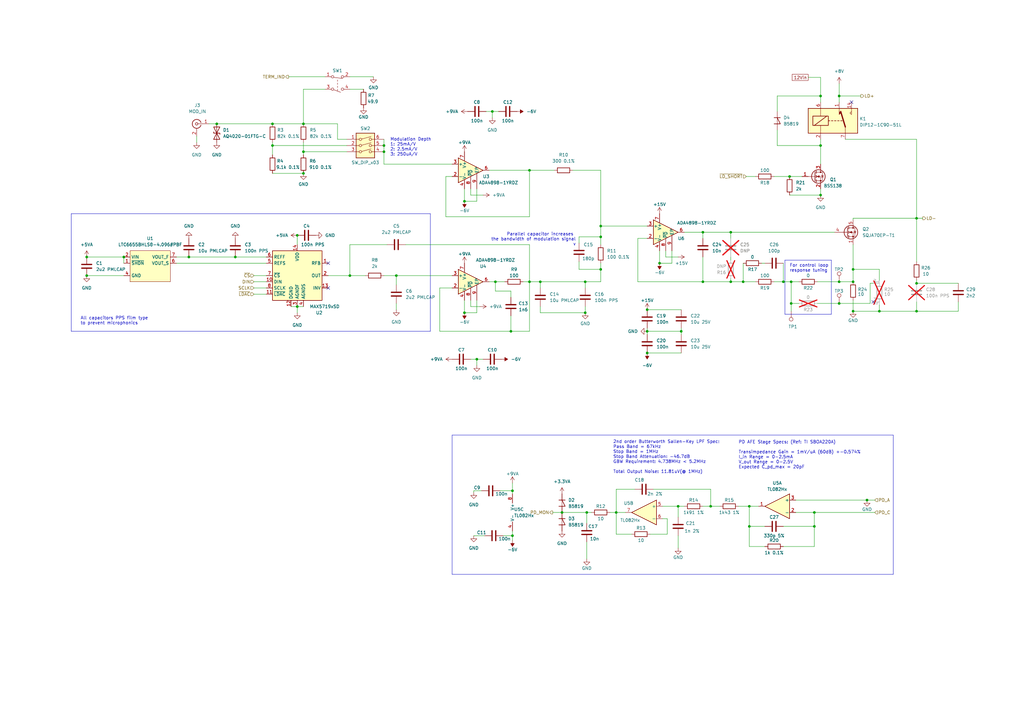
<source format=kicad_sch>
(kicad_sch (version 20230121) (generator eeschema)
  (paper "A3")
  (title_block (title "driveStage") (date "2023-11-09") (rev "r0_3") (company "M-Labs Limited") (comment 1 "Linus Woo Chun Kit"))
  (junction (at 270.51 107.95))
  (junction (at 124.46 71.12))
  (junction (at 217.17 69.85))
  (junction (at 265.43 135.89))
  (junction (at 203.2 115.57))
  (junction (at 324.485 124.46))
  (junction (at 121.92 96.52))
  (junction (at 360.68 127.635))
  (junction (at 288.29 95.25))
  (junction (at 375.92 89.535))
  (junction (at 334.01 210.185))
  (junction (at 210.185 201.295))
  (junction (at 88.9 50.8))
  (junction (at 201.93 45.72))
  (junction (at 240.03 115.57))
  (junction (at 344.17 115.57))
  (junction (at 195.58 147.32))
  (junction (at 299.72 115.57))
  (junction (at 265.43 127))
  (junction (at 252.73 210.185))
  (junction (at 349.885 115.57))
  (junction (at 190.5 128.27))
  (junction (at 124.46 50.8))
  (junction (at 336.55 39.37))
  (junction (at 355.6 205.105))
  (junction (at 217.17 115.57))
  (junction (at 307.34 207.645))
  (junction (at 221.615 115.57))
  (junction (at 334.01 215.9))
  (junction (at 190.5 82.55))
  (junction (at 324.485 115.57))
  (junction (at 77.47 105.41))
  (junction (at 288.29 115.57))
  (junction (at 143.51 113.03))
  (junction (at 336.55 80.01))
  (junction (at 349.885 110.49))
  (junction (at 299.72 95.25))
  (junction (at 111.76 50.8))
  (junction (at 157.48 62.23))
  (junction (at 96.52 105.41))
  (junction (at 162.56 113.03))
  (junction (at 279.4 135.89))
  (junction (at 210.185 219.71))
  (junction (at 246.38 110.49))
  (junction (at 246.38 92.71))
  (junction (at 50.8 105.41))
  (junction (at 349.885 127.635))
  (junction (at 265.43 144.78))
  (junction (at 291.465 207.645))
  (junction (at 35.56 113.03))
  (junction (at 278.13 207.645))
  (junction (at 240.03 128.27))
  (junction (at 111.76 59.69))
  (junction (at 307.34 215.9))
  (junction (at 336.55 59.69))
  (junction (at 246.38 97.155))
  (junction (at 344.17 39.37))
  (junction (at 230.505 210.185))
  (junction (at 304.8 115.57))
  (junction (at 124.46 62.23))
  (junction (at 121.92 125.73))
  (junction (at 375.92 127.635))
  (junction (at 209.55 135.89))
  (junction (at 157.48 59.69))
  (junction (at 344.17 124.46))
  (junction (at 375.92 116.205))
  (junction (at 240.665 210.185))
  (junction (at 35.56 105.41))
  (junction (at 323.85 72.39))
  (junction (at 321.31 115.57))
  (no_connect (at 358.14 123.825))
  (no_connect (at 349.25 41.91))
  (no_connect (at 134.62 118.11))
  (no_connect (at 134.62 107.95))
  (wire (pts (xy 162.56 124.46) (xy 162.56 127)))
  (wire (pts (xy 104.14 113.03) (xy 109.22 113.03)))
  (wire (pts (xy 360.68 114.935) (xy 360.68 110.49)))
  (wire (pts (xy 50.8 105.41) (xy 50.8 107.95)))
  (wire (pts (xy 323.85 72.39) (xy 328.93 72.39)))
  (wire (pts (xy 217.17 115.57) (xy 221.615 115.57)))
  (wire (pts (xy 259.08 219.075) (xy 252.73 219.075)))
  (wire (pts (xy 360.68 110.49) (xy 349.885 110.49)))
  (wire (pts (xy 111.76 71.12) (xy 124.46 71.12)))
  (wire (pts (xy 335.28 124.46) (xy 344.17 124.46)))
  (wire (pts (xy 334.01 210.185) (xy 358.775 210.185)))
  (wire (pts (xy 288.29 95.25) (xy 299.72 95.25)))
  (wire (pts (xy 313.69 224.155) (xy 307.34 224.155)))
  (wire (pts (xy 237.49 107.315) (xy 237.49 110.49)))
  (wire (pts (xy 318.77 59.69) (xy 336.55 59.69)))
  (wire (pts (xy 324.485 127.635) (xy 324.485 124.46)))
  (wire (pts (xy 271.78 212.725) (xy 273.685 212.725)))
  (wire (pts (xy 240.03 115.57) (xy 246.38 115.57)))
  (wire (pts (xy 265.43 135.89) (xy 265.43 137.16)))
  (wire (pts (xy 349.885 90.17) (xy 349.885 89.535)))
  (wire (pts (xy 210.185 219.71) (xy 210.185 221.615)))
  (wire (pts (xy 331.47 31.75) (xy 336.55 31.75)))
  (wire (pts (xy 240.665 210.185) (xy 242.57 210.185)))
  (wire (pts (xy 166.37 100.33) (xy 217.17 100.33)))
  (wire (pts (xy 138.43 57.15) (xy 142.24 57.15)))
  (wire (pts (xy 288.29 207.645) (xy 291.465 207.645)))
  (wire (pts (xy 80.645 58.42) (xy 80.645 55.88)))
  (wire (pts (xy 240.03 118.11) (xy 240.03 115.57)))
  (wire (pts (xy 288.29 95.25) (xy 288.29 97.79)))
  (wire (pts (xy 280.67 95.25) (xy 288.29 95.25)))
  (wire (pts (xy 193.04 125.73) (xy 196.85 125.73)))
  (wire (pts (xy 336.55 31.75) (xy 336.55 39.37)))
  (wire (pts (xy 349.885 127.635) (xy 349.885 123.19)))
  (wire (pts (xy 124.46 58.42) (xy 124.46 62.23)))
  (wire (pts (xy 246.38 107.95) (xy 246.38 110.49)))
  (wire (pts (xy 375.92 114.935) (xy 375.92 116.205)))
  (wire (pts (xy 299.72 95.25) (xy 342.265 95.25)))
  (wire (pts (xy 85.725 50.8) (xy 88.9 50.8)))
  (polyline (pts (xy 321.945 128.905) (xy 340.995 128.905)))
  (wire (pts (xy 104.14 118.11) (xy 109.22 118.11)))
  (wire (pts (xy 237.49 110.49) (xy 246.38 110.49)))
  (wire (pts (xy 349.885 110.49) (xy 349.885 115.57)))
  (wire (pts (xy 252.73 200.66) (xy 252.73 210.185)))
  (wire (pts (xy 157.48 59.69) (xy 157.48 62.23)))
  (wire (pts (xy 206.375 219.71) (xy 210.185 219.71)))
  (wire (pts (xy 273.05 105.41) (xy 278.13 105.41)))
  (wire (pts (xy 237.49 97.155) (xy 246.38 97.155)))
  (polyline (pts (xy 321.945 106.68) (xy 340.995 106.68)))
  (wire (pts (xy 318.77 53.34) (xy 318.77 59.69)))
  (wire (pts (xy 157.48 57.15) (xy 157.48 59.69)))
  (wire (pts (xy 299.72 105.41) (xy 299.72 106.68)))
  (wire (pts (xy 104.14 115.57) (xy 109.22 115.57)))
  (wire (pts (xy 356.87 116.205) (xy 358.14 116.205)))
  (wire (pts (xy 111.76 58.42) (xy 111.76 59.69)))
  (wire (pts (xy 200.66 69.85) (xy 217.17 69.85)))
  (wire (pts (xy 201.93 45.72) (xy 201.93 48.26)))
  (wire (pts (xy 326.39 210.185) (xy 334.01 210.185)))
  (wire (pts (xy 306.07 72.39) (xy 309.88 72.39)))
  (wire (pts (xy 221.615 115.57) (xy 240.03 115.57)))
  (wire (pts (xy 267.97 200.66) (xy 291.465 200.66)))
  (wire (pts (xy 349.885 127.635) (xy 360.68 127.635)))
  (wire (pts (xy 217.17 88.9) (xy 217.17 69.85)))
  (wire (pts (xy 209.55 135.89) (xy 217.17 135.89)))
  (wire (pts (xy 210.185 198.12) (xy 210.185 201.295)))
  (wire (pts (xy 252.73 210.185) (xy 256.54 210.185)))
  (wire (pts (xy 138.43 50.8) (xy 138.43 57.15)))
  (wire (pts (xy 162.56 113.03) (xy 185.42 113.03)))
  (wire (pts (xy 157.48 62.23) (xy 157.48 67.31)))
  (wire (pts (xy 157.48 113.03) (xy 162.56 113.03)))
  (wire (pts (xy 349.885 100.33) (xy 349.885 110.49)))
  (wire (pts (xy 299.72 95.25) (xy 299.72 97.79)))
  (wire (pts (xy 217.17 135.89) (xy 217.17 115.57)))
  (wire (pts (xy 375.92 89.535) (xy 349.885 89.535)))
  (wire (pts (xy 240.03 128.27) (xy 240.03 125.73)))
  (wire (pts (xy 72.39 107.95) (xy 109.22 107.95)))
  (wire (pts (xy 360.68 125.095) (xy 360.68 127.635)))
  (wire (pts (xy 336.55 57.15) (xy 336.55 59.69)))
  (wire (pts (xy 124.46 62.23) (xy 142.24 62.23)))
  (wire (pts (xy 214.63 115.57) (xy 217.17 115.57)))
  (wire (pts (xy 278.13 212.09) (xy 278.13 207.645)))
  (wire (pts (xy 279.4 135.89) (xy 265.43 135.89)))
  (wire (pts (xy 375.92 127.635) (xy 375.92 123.825)))
  (wire (pts (xy 201.93 45.72) (xy 204.47 45.72)))
  (wire (pts (xy 324.485 115.57) (xy 324.485 124.46)))
  (wire (pts (xy 180.34 118.11) (xy 180.34 135.89)))
  (wire (pts (xy 307.34 215.9) (xy 307.34 224.155)))
  (wire (pts (xy 195.58 82.55) (xy 195.58 77.47)))
  (wire (pts (xy 190.5 77.47) (xy 190.5 82.55)))
  (wire (pts (xy 195.58 128.27) (xy 195.58 123.19)))
  (wire (pts (xy 291.465 200.66) (xy 291.465 207.645)))
  (wire (pts (xy 143.51 100.33) (xy 143.51 113.03)))
  (wire (pts (xy 158.75 100.33) (xy 143.51 100.33)))
  (polyline (pts (xy 29.21 87.63) (xy 176.53 87.63)))
  (wire (pts (xy 266.7 219.075) (xy 273.685 219.075)))
  (wire (pts (xy 271.78 207.645) (xy 278.13 207.645)))
  (wire (pts (xy 195.58 147.32) (xy 198.12 147.32)))
  (wire (pts (xy 88.9 50.8) (xy 111.76 50.8)))
  (wire (pts (xy 246.38 97.155) (xy 246.38 100.33)))
  (wire (pts (xy 304.8 107.95) (xy 304.8 115.57)))
  (wire (pts (xy 193.04 77.47) (xy 193.04 80.01)))
  (wire (pts (xy 111.76 50.8) (xy 124.46 50.8)))
  (wire (pts (xy 336.55 39.37) (xy 336.55 41.91)))
  (wire (pts (xy 190.5 82.55) (xy 195.58 82.55)))
  (wire (pts (xy 193.04 147.32) (xy 195.58 147.32)))
  (wire (pts (xy 326.39 205.105) (xy 355.6 205.105)))
  (wire (pts (xy 321.31 115.57) (xy 324.485 115.57)))
  (wire (pts (xy 240.665 222.25) (xy 240.665 229.235)))
  (wire (pts (xy 246.38 69.85) (xy 246.38 92.71)))
  (wire (pts (xy 270.51 107.95) (xy 275.59 107.95)))
  (wire (pts (xy 199.39 45.72) (xy 201.93 45.72)))
  (wire (pts (xy 344.17 39.37) (xy 344.17 41.91)))
  (wire (pts (xy 185.42 72.39) (xy 182.88 72.39)))
  (wire (pts (xy 230.505 210.185) (xy 240.665 210.185)))
  (polyline (pts (xy 340.995 128.905) (xy 340.995 106.68)))
  (wire (pts (xy 143.51 31.496) (xy 153.162 31.496)))
  (wire (pts (xy 180.34 135.89) (xy 209.55 135.89)))
  (wire (pts (xy 193.04 123.19) (xy 193.04 125.73)))
  (wire (pts (xy 134.62 113.03) (xy 143.51 113.03)))
  (wire (pts (xy 393.065 127.635) (xy 393.065 123.825)))
  (wire (pts (xy 324.485 115.57) (xy 327.66 115.57)))
  (wire (pts (xy 209.55 119.38) (xy 203.2 119.38)))
  (wire (pts (xy 124.46 36.576) (xy 124.46 50.8)))
  (wire (pts (xy 291.465 207.645) (xy 295.275 207.645)))
  (wire (pts (xy 317.5 115.57) (xy 321.31 115.57)))
  (wire (pts (xy 375.92 57.15) (xy 346.71 57.15)))
  (wire (pts (xy 250.19 210.185) (xy 252.73 210.185)))
  (wire (pts (xy 334.01 210.185) (xy 334.01 215.9)))
  (wire (pts (xy 143.51 36.576) (xy 149.098 36.576)))
  (wire (pts (xy 234.95 69.85) (xy 246.38 69.85)))
  (wire (pts (xy 360.68 127.635) (xy 375.92 127.635)))
  (wire (pts (xy 344.17 115.57) (xy 349.885 115.57)))
  (wire (pts (xy 278.13 224.79) (xy 278.13 219.71)))
  (wire (pts (xy 35.56 105.41) (xy 50.8 105.41)))
  (wire (pts (xy 35.56 113.03) (xy 50.8 113.03)))
  (wire (pts (xy 378.46 89.535) (xy 375.92 89.535)))
  (wire (pts (xy 318.77 39.37) (xy 336.55 39.37)))
  (wire (pts (xy 302.895 207.645) (xy 307.34 207.645)))
  (wire (pts (xy 190.5 128.27) (xy 195.58 128.27)))
  (wire (pts (xy 124.46 62.23) (xy 124.46 63.5)))
  (wire (pts (xy 270.51 102.87) (xy 270.51 107.95)))
  (polyline (pts (xy 29.21 87.63) (xy 29.21 135.89)))
  (wire (pts (xy 111.76 59.69) (xy 142.24 59.69)))
  (wire (pts (xy 375.92 116.205) (xy 393.065 116.205)))
  (wire (pts (xy 252.73 210.185) (xy 252.73 219.075)))
  (wire (pts (xy 261.62 115.57) (xy 261.62 97.79)))
  (wire (pts (xy 121.92 96.52) (xy 121.92 100.33)))
  (wire (pts (xy 273.685 212.725) (xy 273.685 219.075)))
  (wire (pts (xy 273.05 102.87) (xy 273.05 105.41)))
  (wire (pts (xy 157.48 67.31) (xy 185.42 67.31)))
  (wire (pts (xy 226.695 210.185) (xy 230.505 210.185)))
  (polyline (pts (xy 321.945 106.68) (xy 321.945 128.905)))
  (wire (pts (xy 217.17 69.85) (xy 227.33 69.85)))
  (wire (pts (xy 336.55 59.69) (xy 336.55 67.31)))
  (wire (pts (xy 321.31 224.155) (xy 334.01 224.155)))
  (wire (pts (xy 304.8 115.57) (xy 309.88 115.57)))
  (wire (pts (xy 194.31 201.93) (xy 194.31 201.295)))
  (wire (pts (xy 344.17 39.37) (xy 353.06 39.37)))
  (wire (pts (xy 288.29 115.57) (xy 261.62 115.57)))
  (wire (pts (xy 307.34 207.645) (xy 311.15 207.645)))
  (wire (pts (xy 182.88 88.9) (xy 217.17 88.9)))
  (wire (pts (xy 119.38 125.73) (xy 121.92 125.73)))
  (wire (pts (xy 246.38 92.71) (xy 265.43 92.71)))
  (wire (pts (xy 375.92 89.535) (xy 375.92 107.315)))
  (wire (pts (xy 104.14 120.65) (xy 109.22 120.65)))
  (wire (pts (xy 318.77 45.72) (xy 318.77 39.37)))
  (wire (pts (xy 143.51 113.03) (xy 149.86 113.03)))
  (wire (pts (xy 356.87 116.205) (xy 356.87 124.46)))
  (wire (pts (xy 375.92 127.635) (xy 393.065 127.635)))
  (wire (pts (xy 193.04 80.01) (xy 198.12 80.01)))
  (wire (pts (xy 246.38 92.71) (xy 246.38 97.155)))
  (polyline (pts (xy 29.21 135.89) (xy 176.53 135.89)))
  (wire (pts (xy 210.185 201.295) (xy 210.185 202.565)))
  (wire (pts (xy 194.31 201.295) (xy 197.485 201.295)))
  (wire (pts (xy 221.615 125.73) (xy 221.615 128.27)))
  (wire (pts (xy 299.72 114.3) (xy 299.72 115.57)))
  (wire (pts (xy 375.92 57.15) (xy 375.92 89.535)))
  (wire (pts (xy 190.5 123.19) (xy 190.5 128.27)))
  (wire (pts (xy 221.615 118.11) (xy 221.615 115.57)))
  (wire (pts (xy 203.2 119.38) (xy 203.2 115.57)))
  (wire (pts (xy 133.35 36.576) (xy 124.46 36.576)))
  (wire (pts (xy 321.31 107.95) (xy 321.31 115.57)))
  (wire (pts (xy 209.55 129.54) (xy 209.55 135.89)))
  (wire (pts (xy 205.105 201.295) (xy 210.185 201.295)))
  (wire (pts (xy 279.4 134.62) (xy 279.4 135.89)))
  (wire (pts (xy 77.47 105.41) (xy 96.52 105.41)))
  (wire (pts (xy 344.17 34.29) (xy 344.17 39.37)))
  (wire (pts (xy 312.42 107.95) (xy 313.69 107.95)))
  (wire (pts (xy 246.38 110.49) (xy 246.38 115.57)))
  (wire (pts (xy 324.485 124.46) (xy 327.66 124.46)))
  (wire (pts (xy 323.85 80.01) (xy 336.55 80.01)))
  (wire (pts (xy 111.76 59.69) (xy 111.76 63.5)))
  (wire (pts (xy 335.28 115.57) (xy 344.17 115.57)))
  (wire (pts (xy 121.92 125.73) (xy 121.92 128.27)))
  (wire (pts (xy 217.17 100.33) (xy 217.17 115.57)))
  (wire (pts (xy 279.4 135.89) (xy 279.4 137.16)))
  (wire (pts (xy 210.185 217.805) (xy 210.185 219.71)))
  (wire (pts (xy 162.56 113.03) (xy 162.56 116.84)))
  (wire (pts (xy 124.46 50.8) (xy 138.43 50.8)))
  (wire (pts (xy 355.6 205.105) (xy 358.775 205.105)))
  (wire (pts (xy 203.2 115.57) (xy 207.01 115.57)))
  (wire (pts (xy 240.665 214.63) (xy 240.665 210.185)))
  (wire (pts (xy 336.55 77.47) (xy 336.55 80.01)))
  (wire (pts (xy 321.31 215.9) (xy 334.01 215.9)))
  (wire (pts (xy 307.34 207.645) (xy 307.34 215.9)))
  (wire (pts (xy 317.5 72.39) (xy 323.85 72.39)))
  (wire (pts (xy 185.42 118.11) (xy 180.34 118.11)))
  (wire (pts (xy 194.31 219.71) (xy 198.755 219.71)))
  (wire (pts (xy 265.43 134.62) (xy 265.43 135.89)))
  (wire (pts (xy 221.615 128.27) (xy 240.03 128.27)))
  (wire (pts (xy 265.43 127) (xy 279.4 127)))
  (wire (pts (xy 260.35 200.66) (xy 252.73 200.66)))
  (wire (pts (xy 288.29 115.57) (xy 299.72 115.57)))
  (wire (pts (xy 209.55 121.92) (xy 209.55 119.38)))
  (wire (pts (xy 265.43 144.78) (xy 279.4 144.78)))
  (wire (pts (xy 278.13 207.645) (xy 280.67 207.645)))
  (wire (pts (xy 200.66 115.57) (xy 203.2 115.57)))
  (wire (pts (xy 72.39 105.41) (xy 77.47 105.41)))
  (wire (pts (xy 344.17 124.46) (xy 356.87 124.46)))
  (wire (pts (xy 118.364 31.496) (xy 133.35 31.496)))
  (wire (pts (xy 275.59 107.95) (xy 275.59 102.87)))
  (wire (pts (xy 288.29 105.41) (xy 288.29 115.57)))
  (wire (pts (xy 195.58 147.32) (xy 195.58 149.86)))
  (wire (pts (xy 299.72 115.57) (xy 304.8 115.57)))
  (polyline (pts (xy 176.53 135.89) (xy 176.53 87.63)))
  (wire (pts (xy 96.52 105.41) (xy 109.22 105.41)))
  (wire (pts (xy 237.49 99.695) (xy 237.49 97.155)))
  (wire (pts (xy 121.92 125.73) (xy 124.46 125.73)))
  (wire (pts (xy 182.88 72.39) (xy 182.88 88.9)))
  (wire (pts (xy 261.62 97.79) (xy 265.43 97.79)))
  (wire (pts (xy 334.01 215.9) (xy 334.01 224.155)))
  (wire (pts (xy 313.69 215.9) (xy 307.34 215.9)))
  (rectangle (start 185.42 178.435) (end 366.395 235.585))
  (text "All capacitors PPS film type\nto prevent microphonics " (at 33.02 133.35 0) (effects (font (size 1.27 1.27)) (justify left bottom)))
  (text "For control loop\nresponse tuning" (at 323.85 111.76 0) (effects (font (size 1.27 1.27)) (justify left bottom)))
  (text "PD AFE Stage Specs: (Ref: TI SBOA220A)\n\nTransimpedance Gain = 1mV/uA (60dB) +-0.574%\nI_in Range = 0-2.5mA\nV_out Range = 0-2.5V\nExpected C_pd_max = 20pF" (at 302.895 192.405 0) (effects (font (size 1.27 1.27)) (justify left bottom)))
  (text "Modulation Depth\n1: 25mA/V\n2: 2.5mA/V\n3: 250uA/V" (at 160.02 64.135 0) (effects (font (size 1.27 1.27)) (justify left bottom)))
  (text "\n2nd order Butterworth Sallen-Key LPF Spec:\nPass Band = 67kHz\nStop Band = 1MHz\nStop Band Attenuation: -46.7dB\nGBW Requirement: 4.738MHz < 5.2MHz\n\nTotal Output Noise: 11.81uV(@ 1MHz)" (at 251.46 194.31 0) (effects (font (size 1.27 1.27)) (justify left bottom)))
  (text "Parallel capacitor increases \nthe bandwidth of modulation signal\nv" (at 236.22 100.965 0) (effects (font (size 1.27 1.27)) (justify right bottom)))
  (global_label "12Vin" (shape passive) (at 331.47 31.75 180) (property "Intersheetrefs" "${INTERSHEET_REFS}" (effects hide)))
  (hierarchical_label "PD_MON" (shape output) (at 226.695 210.185 180))
  (hierarchical_label "PD_C" (shape input) (at 358.775 210.185 0))
  (hierarchical_label "TERM_IND" (shape output) (at 118.364 31.496 180))
  (hierarchical_label "~{LDAC}" (shape input) (at 104.14 120.65 180))
  (hierarchical_label "~{LD_SHORT}" (shape input) (at 306.07 72.39 180))
  (hierarchical_label "LD+" (shape output) (at 353.06 39.37 0))
  (hierarchical_label "PD_A" (shape input) (at 358.775 205.105 0))
  (hierarchical_label "SCLK" (shape input) (at 104.14 118.11 180))
  (hierarchical_label "DIN" (shape input) (at 104.14 115.57 180))
  (hierarchical_label "LD-" (shape output) (at 378.46 89.535 0))
  (hierarchical_label "~{CS}" (shape input) (at 104.14 113.03 180))
  (symbol (lib_id "Connector:TestPoint") (at 344.17 115.57 0) (unit 1)
    (property "Reference" "TP2" (at 342.265 110.49 0) (effects (justify left)))
    (property "Value" "TestPoint" (effects hide))
    (property "Footprint" "TestPoint:TestPoint_Pad_1.0x1.0mm" (effects hide))
  )
  (symbol (lib_id "Device:R") (at 299.72 110.49 180) (unit 1) (dnp yes)
    (property "Reference" "R16" (at 295.91 111.76 0))
    (property "Value" "DNP" (at 295.91 109.22 0))
    (property "Footprint" "Resistor_SMD:R_0603_1608Metric" (effects hide))
  )
  (symbol (lib_id "kirdy:R_Y169010R0000T9L") (at 360.68 120.015 0) (mirror y) (unit 1) (dnp yes)
    (property "Reference" "R25" (at 362.585 118.745 0) (effects (justify right)))
    (property "Value" "10" (at 362.585 120.65 0) (effects (justify right)))
    (property "Footprint" "Package_TO_SOT_THT:TO-220F-4_Horizontal_TabDown" (effects hide))
    (property "Datasheet" "https://www.mouser.hk/datasheet/2/428/vpr22021-3247675.pdf" (effects hide))
    (property "MFR_PN" "Y169010R0000T9L" (effects hide))
  )
  (symbol (lib_id "Device:R") (at 284.48 207.645 90) (unit 1)
    (property "Reference" "R14" (at 284.48 205.105 90))
    (property "Value" "1k91 1%" (at 284.48 210.185 90))
    (property "Footprint" "Resistor_SMD:R_0603_1608Metric" (effects hide))
    (property "MFR_PN" "ERJ-3EKF1911V" (effects hide))
  )
  (symbol (lib_id "Device:C") (at 264.16 200.66 270) (unit 1)
    (property "Reference" "C18" (at 262.255 196.85 90))
    (property "Value" "2n 2%" (at 268.605 202.565 90))
    (property "Footprint" "Capacitor_SMD:C_0603_1608Metric" (effects hide))
    (property "MFR_PN" "GCM1885C1H202GA16D" (effects hide))
  )
  (symbol (lib_id "Device:R") (at 323.85 76.2 180) (unit 1)
    (property "Reference" "R21" (at 326.39 74.9299 0) (effects (justify right)))
    (property "Value" "2k" (at 326.39 77.4699 0) (effects (justify right)))
    (property "Footprint" "Resistor_SMD:R_0603_1608Metric" (effects hide))
    (property "MFR_PN" "RC0603FR-072KL" (effects hide))
    (property "MFR_PN_ALT" "ERJ-3EKF2001V" (effects hide))
  )
  (symbol (lib_id "power:GND") (at 336.55 80.01 0) (unit 1)
    (property "Reference" "#PWR047" (effects hide))
    (property "Value" "GND" (at 336.55 85.09 0))
  )
  (symbol (lib_id "power:-6V") (at 212.09 45.72 270) (unit 1)
    (property "Reference" "#PWR035" (effects hide))
    (property "Value" "-6V" (at 215.9 45.7199 90) (effects (justify left)))
  )
  (symbol (lib_id "Device:C") (at 162.56 100.33 90) (unit 1)
    (property "Reference" "C5" (at 162.56 92.71 90))
    (property "Value" "2u2 PMLCAP" (at 162.56 95.25 90))
    (property "Footprint" "Capacitor_SMD:C_1812_4532Metric" (effects hide))
    (property "MFR_PN" "35MU225MC14532" (effects hide))
  )
  (symbol (lib_id "power:+15V") (at 265.43 127 0) (unit 1)
    (property "Reference" "#PWR040" (effects hide))
    (property "Value" "+15V" (at 265.43 123.19 0))
  )
  (symbol (lib_id "Device:R") (at 331.47 115.57 90) (unit 1)
    (property "Reference" "R22" (at 331.47 118.11 90))
    (property "Value" "0" (at 331.47 113.03 90))
    (property "Footprint" "Resistor_SMD:R_0603_1608Metric" (effects hide))
    (property "MFR_PN" "RMCF0603ZT0R00" (effects hide))
    (property "MFR_PN_ALT" "CR0603-J/-000ELF" (effects hide))
  )
  (symbol (lib_id "power:-6V") (at 205.74 147.32 270) (unit 1)
    (property "Reference" "#PWR032" (effects hide))
    (property "Value" "-6V" (at 209.55 147.3199 90) (effects (justify left)))
  )
  (symbol (lib_id "Device:D_Shockley") (at 230.505 206.375 270) (unit 1)
    (property "Reference" "D2" (at 233.045 205.1049 90) (effects (justify left)))
    (property "Value" "B5819" (at 233.045 207.6449 90) (effects (justify left)))
    (property "Footprint" "Diode_SMD:D_SOD-323" (effects hide))
    (property "MFR_PN" "B5819WS-TP" (effects hide))
  )
  (symbol (lib_id "power:GND") (at 194.31 201.93 0) (unit 1)
    (property "Reference" "#PWR026" (effects hide))
    (property "Value" "GND" (at 194.31 207.01 0))
  )
  (symbol (lib_id "Device:C") (at 208.28 45.72 90) (unit 1)
    (property "Reference" "C12" (at 208.28 41.91 90))
    (property "Value" "100n" (at 208.28 49.53 90))
    (property "Footprint" "Capacitor_SMD:C_0603_1608Metric" (effects hide))
    (property "MFR_PN" "CL10B104KB8NNWC" (effects hide))
    (property "MFR_PN_ALT" "CL10B104KB8NNNL" (effects hide))
  )
  (symbol (lib_id "Device:R") (at 349.885 119.38 0) (mirror x) (unit 1)
    (property "Reference" "R24" (at 351.79 118.745 0) (effects (justify left)))
    (property "Value" "10" (at 351.79 120.65 0) (effects (justify left)))
    (property "Footprint" "Package_TO_SOT_THT:TO-220-2_Horizontal_TabDown" (effects hide))
    (property "Datasheet" "https://www.alpha-elec.co.jp/w2img/2022100715510167015-PD(EN)_final_10Jan2018.pdf" (effects hide))
    (property "MFR_PN" "PDY10R000F" (effects hide))
  )
  (symbol (lib_id "Relay:DIPxx-1Cxx-51x") (at 341.63 49.53 0) (unit 1)
    (property "Reference" "K1" (at 352.552 48.6953 0) (effects (justify left)))
    (property "Value" "DIP12-1C90-51L" (at 352.552 51.2322 0) (effects (justify left)))
    (property "Footprint" "Relay_THT:Relay_StandexMeder_DIP_LowProfile" (effects hide))
    (property "Datasheet" "https://standexelectronics.com/wp-content/uploads/datasheet_reed_relay_DIP.pdf" (effects hide))
    (property "MFR_PN" "DIP12-1C90-51L" (effects hide))
  )
  (symbol (lib_id "Device:C") (at 278.13 215.9 180) (unit 1)
    (property "Reference" "C21" (at 283.21 214.63 0))
    (property "Value" "1n 2%" (at 283.845 217.805 0))
    (property "Footprint" "Capacitor_SMD:C_0603_1608Metric" (effects hide))
    (property "MFR_PN" "0603N102G250CT" (effects hide))
  )
  (symbol (lib_id "power:+5VA") (at 35.56 105.41 0) (unit 1)
    (property "Reference" "#PWR07" (effects hide))
    (property "Value" "+5VA" (at 35.56 100.33 0))
  )
  (symbol (lib_id "Device:C") (at 279.4 140.97 0) (unit 1)
    (property "Reference" "C23" (at 283.21 139.7 0) (effects (justify left)))
    (property "Value" "10u 25V" (at 283.21 142.24 0) (effects (justify left)))
    (property "Footprint" "Capacitor_SMD:C_0805_2012Metric" (effects hide))
    (property "MFR_PN" "GRM21BZ71E106KE15K" (effects hide))
    (property "MFR_PN_ALT" "GRM21BZ71E106KE15L" (effects hide))
  )
  (symbol (lib_id "Device:C") (at 77.47 101.6 0) (unit 1)
    (property "Reference" "C2" (at 81.28 100.33 0) (effects (justify left)))
    (property "Value" "10u PMLCAP" (at 81.28 102.87 0) (effects (justify left)))
    (property "Footprint" "Capacitor_SMD:C_1812_4532Metric" (effects hide))
    (property "MFR_PN" "16MU106MC44532" (effects hide))
  )
  (symbol (lib_id "Connector:TestPoint") (at 324.485 127.635 180) (unit 1)
    (property "Reference" "TP1" (at 327.025 133.985 0) (effects (justify left)))
    (property "Value" "TestPoint" (effects hide))
    (property "Footprint" "TestPoint:TestPoint_Pad_1.0x1.0mm" (effects hide))
  )
  (symbol (lib_id "Device:C") (at 299.72 101.6 0) (unit 1) (dnp yes)
    (property "Reference" "C25" (at 303.53 100.3299 0) (effects (justify left)))
    (property "Value" "DNP" (at 303.53 102.8699 0) (effects (justify left)))
    (property "Footprint" "Capacitor_SMD:C_0603_1608Metric" (effects hide))
  )
  (symbol (lib_id "Device:R") (at 313.69 115.57 90) (unit 1)
    (property "Reference" "R19" (at 313.69 118.11 90))
    (property "Value" "100" (at 313.69 113.03 90))
    (property "Footprint" "Resistor_SMD:R_0603_1608Metric" (effects hide))
    (property "MFR_PN" "WR06X1000FTL" (effects hide))
    (property "MFR_PN_ALT" "RMCF0603FT100R" (effects hide))
  )
  (symbol (lib_id "Device:R") (at 375.92 111.125 180) (unit 1)
    (property "Reference" "R26" (at 379.73 109.855 0))
    (property "Value" "10" (at 379.73 112.395 0))
    (property "Footprint" "Resistor_SMD:R_0603_1608Metric" (effects hide))
    (property "MFR_PN" "RT0603BRD0710RL" (effects hide))
    (property "MFR_PN_ALT" "WR06X10R0FTL" (effects hide))
  )
  (symbol (lib_id "power:GND") (at 121.92 128.27 0) (unit 1)
    (property "Reference" "#PWR014" (effects hide))
    (property "Value" "GND" (at 121.92 133.35 0))
  )
  (symbol (lib_id "Amplifier_Operational:ADA4898-1YRDZ") (at 273.05 95.25 0) (unit 1)
    (property "Reference" "U6" (at 279.4 97.79 0))
    (property "Value" "ADA4898-1YRDZ" (at 285.75 91.44 0))
    (property "Footprint" "Package_SO:SOIC-8-1EP_3.9x4.9mm_P1.27mm_EP2.29x3mm" (effects hide))
    (property "Datasheet" "https://www.analog.com/media/en/technical-documentation/data-sheets/ada4898-1_4898-2.pdf" (effects hide))
    (property "MFR_PN" "ADA4898-1YRDZ" (effects hide))
  )
  (symbol (lib_id "Device:C") (at 288.29 101.6 0) (unit 1)
    (property "Reference" "C24" (at 292.1 100.3299 0) (effects (justify left)))
    (property "Value" "10n" (at 292.1 102.8699 0) (effects (justify left)))
    (property "Footprint" "Capacitor_SMD:C_0603_1608Metric" (effects hide))
    (property "MFR_PN" "0603B103K500CT" (effects hide))
    (property "MFR_PN_ALT" "CL10B103KB8NNNC" (effects hide))
  )
  (symbol (lib_id "power:GND") (at 278.13 224.79 0) (unit 1)
    (property "Reference" "#PWR046" (effects hide))
    (property "Value" "GND" (at 278.13 228.6 0))
  )
  (symbol (lib_id "Device:C") (at 375.92 120.015 0) (unit 1) (dnp yes)
    (property "Reference" "C28" (at 379.73 118.7449 0) (effects (justify left)))
    (property "Value" "100n PPS" (at 379.73 121.2849 0) (effects (justify left)))
    (property "Footprint" "Capacitor_SMD:C_1210_3225Metric" (effects hide))
    (property "MFR_PN" "ECH-U1C104JX5" (effects hide))
  )
  (symbol (lib_id "Device:R") (at 246.38 104.14 180) (unit 1)
    (property "Reference" "R11" (at 248.92 102.87 0) (effects (justify right)))
    (property "Value" "100 0.1%" (at 248.92 105.41 0) (effects (justify right)))
    (property "Footprint" "Resistor_SMD:R_0603_1608Metric" (effects hide))
    (property "MFR_PN" "RN73R1JTTD1000B25" (effects hide))
  )
  (symbol (lib_id "power:GND") (at 129.54 96.52 90) (unit 1)
    (property "Reference" "#PWR016" (effects hide))
    (property "Value" "GND" (at 133.35 96.5199 90) (effects (justify right)))
  )
  (symbol (lib_id "Device:R") (at 111.76 67.31 180) (unit 1)
    (property "Reference" "R4" (at 114.935 66.04 0))
    (property "Value" "9.1k 0.1%" (at 118.11 68.58 0))
    (property "Footprint" "Resistor_SMD:R_0603_1608Metric" (effects hide))
    (property "MFR_PN" "ERA-3AEB912V" (effects hide))
  )
  (symbol (lib_id "power:GND") (at 149.098 44.196 0) (unit 1)
    (property "Reference" "#PWR017" (effects hide))
    (property "Value" "GND" (at 149.098 48.006 0))
  )
  (symbol (lib_id "power:GND") (at 35.56 113.03 0) (unit 1)
    (property "Reference" "#PWR08" (effects hide))
    (property "Value" "GND" (at 35.56 118.11 0))
  )
  (symbol (lib_id "power:GND") (at 77.47 97.79 180) (unit 1)
    (property "Reference" "#PWR09" (effects hide))
    (property "Value" "GND" (at 77.47 92.71 0))
  )
  (symbol (lib_id "power:-6V") (at 210.185 221.615 180) (unit 1)
    (property "Reference" "#PWR034" (effects hide))
    (property "Value" "-6V" (at 210.185 225.425 0))
  )
  (symbol (lib_id "Device:R") (at 149.098 40.386 180) (unit 1)
    (property "Reference" "R7" (at 152.273 39.116 0))
    (property "Value" "49.9" (at 152.908 41.656 0))
    (property "Footprint" "Resistor_SMD:R_0603_1608Metric" (effects hide))
    (property "MFR_PN" "RT0603DRE0749R9L" (effects hide))
  )
  (symbol (lib_id "Device:C") (at 221.615 121.92 0) (unit 1)
    (property "Reference" "C14" (at 225.425 120.65 0) (effects (justify left)))
    (property "Value" "10u PMLCAP" (at 225.425 123.19 0) (effects (justify left)))
    (property "Footprint" "Capacitor_SMD:C_1812_4532Metric" (effects hide))
    (property "MFR_PN" "16MU106MC44532" (effects hide))
  )
  (symbol (lib_id "Device:R") (at 262.89 219.075 90) (unit 1)
    (property "Reference" "R13" (at 262.89 216.535 90))
    (property "Value" "10" (at 262.89 221.615 90))
    (property "Footprint" "Resistor_SMD:R_0603_1608Metric" (effects hide))
    (property "MFR_PN" "RT0603BRD0710RL" (effects hide))
    (property "MFR_PN_ALT" "WR06X10R0FTL" (effects hide))
  )
  (symbol (lib_id "Amplifier_Operational:ADA4898-1YRDZ") (at 193.04 115.57 0) (unit 1)
    (property "Reference" "U4" (at 198.12 109.22 0))
    (property "Value" "ADA4898-1YRDZ" (at 203.2 106.68 0))
    (property "Footprint" "Package_SO:SOIC-8-1EP_3.9x4.9mm_P1.27mm_EP2.29x3mm" (effects hide))
    (property "Datasheet" "https://www.analog.com/media/en/technical-documentation/data-sheets/ada4898-1_4898-2.pdf" (effects hide))
    (property "MFR_PN" "ADA4898-1YRDZ" (effects hide))
  )
  (symbol (lib_id "Device:C") (at 317.5 215.9 90) (unit 1)
    (property "Reference" "C27" (at 317.5 212.09 90))
    (property "Value" "330p 5%" (at 317.5 219.71 90))
    (property "Footprint" "Capacitor_SMD:C_0603_1608Metric" (effects hide))
    (property "MFR_PN" "885012006041" (effects hide))
  )
  (symbol (lib_id "power:GND") (at 265.43 135.89 270) (unit 1)
    (property "Reference" "#PWR041" (effects hide))
    (property "Value" "GND" (at 261.62 135.8899 90) (effects (justify right)))
  )
  (symbol (lib_id "power:GND") (at 194.31 219.71 0) (unit 1)
    (property "Reference" "#PWR027" (effects hide))
    (property "Value" "GND" (at 194.31 224.79 0))
  )
  (symbol (lib_id "Device:C") (at 265.43 140.97 0) (unit 1)
    (property "Reference" "C20" (at 269.24 139.6999 0) (effects (justify left)))
    (property "Value" "100n" (at 269.24 142.2399 0) (effects (justify left)))
    (property "Footprint" "Capacitor_SMD:C_0603_1608Metric" (effects hide))
    (property "MFR_PN" "CL10B104KB8NNWC" (effects hide))
    (property "MFR_PN_ALT" "CL10B104KB8NNNL" (effects hide))
  )
  (symbol (lib_id "power:+9VA") (at 210.185 198.12 0) (unit 1)
    (property "Reference" "#PWR033" (effects hide))
    (property "Value" "+9VA" (at 210.185 194.31 0))
  )
  (symbol (lib_id "power:GND") (at 162.56 127 0) (unit 1)
    (property "Reference" "#PWR019" (effects hide))
    (property "Value" "GND" (at 162.56 132.08 0))
  )
  (symbol (lib_id "Device:R") (at 317.5 224.155 90) (unit 1)
    (property "Reference" "R20" (at 317.5 221.615 90))
    (property "Value" "1k 0.1%" (at 317.5 226.695 90))
    (property "Footprint" "Resistor_SMD:R_0603_1608Metric" (effects hide))
    (property "MFR_PN" "RP0603BRD071KL" (effects hide))
    (property "MFR_PN_ALT" "WR06X1001FTL" (effects hide))
  )
  (symbol (lib_id "Device:R") (at 153.67 113.03 90) (unit 1)
    (property "Reference" "R8" (at 153.67 106.68 90))
    (property "Value" "2k" (at 153.67 109.22 90))
    (property "Footprint" "Resistor_SMD:R_0603_1608Metric" (effects hide))
    (property "MFR_PN" "RC0603FR-072KL" (effects hide))
    (property "MFR_PN_ALT" "ERJ-3EKF2001V" (effects hide))
  )
  (symbol (lib_id "Device:C") (at 209.55 125.73 180) (unit 1)
    (property "Reference" "C13" (at 214.63 124.46 0))
    (property "Value" "1n6" (at 214.63 127 0))
    (property "Footprint" "Capacitor_SMD:C_0603_1608Metric" (effects hide))
    (property "MFR_PN" "GCM1885C1H162FA16D" (effects hide))
    (property "MFR_PN_ALT" "C0603C162J5GAC7867" (effects hide))
  )
  (symbol (lib_id "Device:C") (at 201.93 147.32 90) (unit 1)
    (property "Reference" "C10" (at 201.93 143.51 90))
    (property "Value" "100n" (at 201.93 151.13 90))
    (property "Footprint" "Capacitor_SMD:C_0603_1608Metric" (effects hide))
    (property "MFR_PN" "CL10B104KB8NNWC" (effects hide))
    (property "MFR_PN_ALT" "CL10B104KB8NNNL" (effects hide))
  )
  (symbol (lib_id "power:+9VA") (at 198.12 80.01 270) (unit 1)
    (property "Reference" "#PWR030" (effects hide))
    (property "Value" "+9VA" (at 201.93 80.0099 90) (effects (justify left)))
  )
  (symbol (lib_id "Device:R") (at 124.46 54.61 0) (unit 1)
    (property "Reference" "R5" (at 127 53.34 0) (effects (justify left)))
    (property "Value" "82k 0.1%" (at 127 55.88 0) (effects (justify left)))
    (property "Footprint" "Resistor_SMD:R_0603_1608Metric" (effects hide))
    (property "MFR_PN" "ERA-3AEB823V" (effects hide))
  )
  (symbol (lib_id "Device:C") (at 317.5 107.95 90) (unit 1)
    (property "Reference" "C26" (at 317.5 100.33 90))
    (property "Value" "100p" (at 317.5 102.87 90))
    (property "Footprint" "Capacitor_SMD:C_0603_1608Metric" (effects hide))
    (property "MFR_PN" "VJ0603A101KXQCW1BC" (effects hide))
  )
  (symbol (lib_id "power:-6V") (at 190.5 128.27 180) (unit 1)
    (property "Reference" "#PWR024" (effects hide))
    (property "Value" "-6V" (at 190.5 132.08 0))
  )
  (symbol (lib_id "Device:C") (at 202.565 219.71 270) (unit 1)
    (property "Reference" "C11" (at 195.58 218.44 90) (effects (justify left)))
    (property "Value" "100n" (at 204.47 220.98 90) (effects (justify left)))
    (property "Footprint" "Capacitor_SMD:C_0603_1608Metric" (effects hide))
    (property "MFR_PN" "CL10B104KB8NNWC" (effects hide))
    (property "MFR_PN_ALT" "CL10B104KB8NNNL" (effects hide))
  )
  (symbol (lib_id "power:+15V") (at 278.13 105.41 270) (unit 1)
    (property "Reference" "#PWR045" (effects hide))
    (property "Value" "+15V" (at 276.86 107.95 90) (effects (justify left)))
  )
  (symbol (lib_id "Device:C") (at 279.4 130.81 0) (unit 1)
    (property "Reference" "C22" (at 283.21 129.54 0) (effects (justify left)))
    (property "Value" "10u 25V" (at 283.21 132.08 0) (effects (justify left)))
    (property "Footprint" "Capacitor_SMD:C_0805_2012Metric" (effects hide))
    (property "MFR_PN" "GRM21BZ71E106KE15K" (effects hide))
    (property "MFR_PN_ALT" "GRM21BZ71E106KE15L" (effects hide))
  )
  (symbol (lib_id "power:GND") (at 153.162 31.496 0) (unit 1)
    (property "Reference" "#PWR018" (effects hide))
    (property "Value" "GND" (at 153.162 35.941 0))
  )
  (symbol (lib_id "Amplifier_Operational:TL082") (at 318.77 207.645 0) (mirror y) (unit 1)
    (property "Reference" "U5" (at 318.77 198.12 0))
    (property "Value" "TL082Hx" (at 318.77 200.66 0))
    (property "Footprint" "kirdy:SOIC8-TL082Hx" (effects hide))
    (property "Datasheet" "http://www.ti.com/lit/ds/symlink/tl081.pdf" (effects hide))
    (property "MFR_PN" "TL082HIDR" (effects hide))
  )
  (symbol (lib_id "Device:R") (at 308.61 107.95 90) (unit 1)
    (property "Reference" "R17" (at 308.61 110.49 90))
    (property "Value" "0" (at 308.61 105.41 90))
    (property "Footprint" "Resistor_SMD:R_0603_1608Metric" (effects hide))
    (property "MFR_PN" "RMCF0603ZT0R00" (effects hide))
    (property "MFR_PN_ALT" "CR0603-J/-000ELF" (effects hide))
  )
  (symbol (lib_id "power:+9VA") (at 191.77 45.72 90) (unit 1)
    (property "Reference" "#PWR025" (effects hide))
    (property "Value" "+9VA" (at 187.96 45.7199 90) (effects (justify left)))
  )
  (symbol (lib_id "Device:R") (at 313.69 72.39 90) (unit 1)
    (property "Reference" "R18" (at 313.69 74.93 90))
    (property "Value" "100" (at 313.69 69.85 90))
    (property "Footprint" "Resistor_SMD:R_0603_1608Metric" (effects hide))
    (property "MFR_PN" "WR06X1000FTL" (effects hide))
    (property "MFR_PN_ALT" "RMCF0603FT100R" (effects hide))
  )
  (symbol (lib_id "power:+3.3VA") (at 230.505 202.565 0) (unit 1)
    (property "Reference" "#PWR036" (effects hide))
    (property "Value" "+3.3VA" (at 230.505 197.485 0))
  )
  (symbol (lib_id "power:GND") (at 240.665 229.235 0) (unit 1)
    (property "Reference" "#PWR039" (effects hide))
    (property "Value" "GND" (at 240.665 233.045 0))
  )
  (symbol (lib_id "power:GND") (at 124.46 71.12 0) (unit 1)
    (property "Reference" "#PWR015" (effects hide))
    (property "Value" "GND" (at 124.46 75.5634 0))
  )
  (symbol (lib_id "Device:R") (at 231.14 69.85 90) (unit 1)
    (property "Reference" "R10" (at 231.14 63.5 90))
    (property "Value" "300 0.1%" (at 231.14 66.04 90))
    (property "Footprint" "Resistor_SMD:R_0603_1608Metric" (effects hide))
    (property "MFR_PN" "ERA-3AEB301V" (effects hide))
  )
  (symbol (lib_id "Device:R") (at 246.38 210.185 90) (unit 1)
    (property "Reference" "R12" (at 246.38 207.645 90))
    (property "Value" "10" (at 246.38 212.725 90))
    (property "Footprint" "Resistor_SMD:R_0603_1608Metric" (effects hide))
    (property "MFR_PN" "RT0603BRD0710RL" (effects hide))
    (property "MFR_PN_ALT" "WR06X10R0FTL" (effects hide))
  )
  (symbol (lib_id "Device:R") (at 331.47 124.46 90) (unit 1) (dnp yes)
    (property "Reference" "R23" (at 331.47 127 90))
    (property "Value" "0" (at 331.47 121.92 90))
    (property "Footprint" "Resistor_SMD:R_0603_1608Metric" (effects hide))
    (property "MFR_PN" "RMCF0603ZT0R00" (effects hide))
    (property "MFR_PN_ALT" "CR0603-J/-000ELF" (effects hide))
  )
  (symbol (lib_id "power:+9VA") (at 185.42 147.32 90) (unit 1)
    (property "Reference" "#PWR020" (effects hide))
    (property "Value" "+9VA" (at 181.61 147.3199 90) (effects (justify left)))
  )
  (symbol (lib_id "power:GND") (at 88.9 58.42 0) (unit 1)
    (property "Reference" "#PWR011" (effects hide))
    (property "Value" "GND" (at 88.9 63.5 0))
  )
  (symbol (lib_id "Device:C") (at 237.49 103.505 0) (unit 1)
    (property "Reference" "C15" (at 241.3 100.33 0))
    (property "Value" "180p" (at 241.3 106.045 0))
    (property "Footprint" "Capacitor_SMD:C_0603_1608Metric" (effects hide))
    (property "MFR_PN" "CC0603JPNPO9BN181" (effects hide))
    (property "MFR_PN_ALT" "CL10C181JB81PND" (effects hide))
  )
  (symbol (lib_id "Device:R") (at 111.76 54.61 0) (unit 1)
    (property "Reference" "R3" (at 113.665 53.34 0) (effects (justify left)))
    (property "Value" "82k 0.1%" (at 113.665 55.88 0) (effects (justify left)))
    (property "Footprint" "Resistor_SMD:R_0603_1608Metric" (effects hide))
    (property "MFR_PN" "ERA-3AEB823V" (effects hide))
  )
  (symbol (lib_id "power:+9VA") (at 196.85 125.73 270) (unit 1)
    (property "Reference" "#PWR029" (effects hide))
    (property "Value" "+9VA" (at 200.66 125.7299 90) (effects (justify left)))
  )
  (symbol (lib_id "power:GND") (at 349.885 127.635 0) (unit 1)
    (property "Reference" "#PWR049" (effects hide))
    (property "Value" "GND" (at 349.885 131.445 0))
  )
  (symbol (lib_id "kirdy:SPDT_204-121ST") (at 133.35 31.496 0) (unit 1)
    (property "Reference" "SW1" (at 138.43 28.956 0))
    (property "Value" "204-121ST" (effects hide))
    (property "Footprint" "kirdy:204-121ST" (effects hide))
    (property "MFR_PN" "204-121ST" (effects hide))
  )
  (symbol (lib_id "Device:C") (at 201.295 201.295 270) (unit 1)
    (property "Reference" "C9" (at 194.31 200.025 90) (effects (justify left)))
    (property "Value" "100n" (at 203.2 202.565 90) (effects (justify left)))
    (property "Footprint" "Capacitor_SMD:C_0603_1608Metric" (effects hide))
    (property "MFR_PN" "CL10B104KB8NNWC" (effects hide))
    (property "MFR_PN_ALT" "CL10B104KB8NNNL" (effects hide))
  )
  (symbol (lib_id "Device:R") (at 124.46 67.31 180) (unit 1)
    (property "Reference" "R6" (at 128.27 66.04 0))
    (property "Value" "910 0.1%" (at 131.445 68.58 0))
    (property "Footprint" "Resistor_SMD:R_0603_1608Metric" (effects hide))
    (property "MFR_PN" "ERA-3AEB911V" (effects hide))
  )
  (symbol (lib_id "Device:C") (at 35.56 109.22 0) (unit 1)
    (property "Reference" "C1" (at 39.37 107.95 0) (effects (justify left)))
    (property "Value" "2u2 PMLCAP" (at 39.37 110.49 0) (effects (justify left)))
    (property "Footprint" "Capacitor_SMD:C_1812_4532Metric" (effects hide))
    (property "MFR_PN" "35MU225MC14532" (effects hide))
  )
  (symbol (lib_id "power:+8V") (at 344.17 34.29 0) (unit 1)
    (property "Reference" "#PWR048" (effects hide))
    (property "Value" "+8V" (at 344.17 29.21 0))
  )
  (symbol (lib_id "power:GND") (at 240.03 128.27 0) (unit 1)
    (property "Reference" "#PWR038" (effects hide))
    (property "Value" "GND" (at 240.03 132.7134 0))
  )
  (symbol (lib_id "Device:C") (at 240.665 218.44 180) (unit 1)
    (property "Reference" "C17" (at 243.205 215.9 0))
    (property "Value" "10n" (at 243.84 220.98 0))
    (property "Footprint" "Capacitor_SMD:C_0603_1608Metric" (effects hide))
    (property "MFR_PN" "0603B103K500CT" (effects hide))
    (property "MFR_PN_ALT" "CL10B103KB8NNNC" (effects hide))
  )
  (symbol (lib_id "power:GND") (at 195.58 149.86 0) (unit 1)
    (property "Reference" "#PWR028" (effects hide))
    (property "Value" "GND" (at 195.58 154.94 0))
  )
  (symbol (lib_id "power:GND") (at 230.505 217.805 0) (unit 1)
    (property "Reference" "#PWR037" (effects hide))
    (property "Value" "GND" (at 230.505 222.885 0))
  )
  (symbol (lib_id "Amplifier_Operational:ADA4898-1YRDZ") (at 193.04 69.85 0) (unit 1)
    (property "Reference" "U3" (at 199.39 72.39 0))
    (property "Value" "ADA4898-1YRDZ" (at 204.47 74.93 0))
    (property "Footprint" "Package_SO:SOIC-8-1EP_3.9x4.9mm_P1.27mm_EP2.29x3mm" (effects hide))
    (property "Datasheet" "https://www.analog.com/media/en/technical-documentation/data-sheets/ada4898-1_4898-2.pdf" (effects hide))
    (property "MFR_PN" "ADA4898-1YRDZ" (effects hide))
  )
  (symbol (lib_id "power:-6V") (at 190.5 82.55 180) (unit 1)
    (property "Reference" "#PWR022" (effects hide))
    (property "Value" "-6V" (at 190.5 86.36 0))
  )
  (symbol (lib_id "power:GND") (at 201.93 48.26 0) (unit 1)
    (property "Reference" "#PWR031" (effects hide))
    (property "Value" "GND" (at 201.93 53.34 0))
  )
  (symbol (lib_id "power:GND") (at 96.52 97.79 180) (unit 1)
    (property "Reference" "#PWR012" (effects hide))
    (property "Value" "GND" (at 96.52 92.71 0))
  )
  (symbol (lib_id "power:GND") (at 80.645 58.42 0) (unit 1)
    (property "Reference" "#PWR010" (effects hide))
    (property "Value" "GND" (at 80.645 63.5 0))
  )
  (symbol (lib_id "Device:C") (at 265.43 130.81 0) (unit 1)
    (property "Reference" "C19" (at 269.24 129.5399 0) (effects (justify left)))
    (property "Value" "100n" (at 269.24 132.0799 0) (effects (justify left)))
    (property "Footprint" "Capacitor_SMD:C_0603_1608Metric" (effects hide))
    (property "MFR_PN" "CL10B104KB8NNWC" (effects hide))
    (property "MFR_PN_ALT" "CL10B104KB8NNNL" (effects hide))
  )
  (symbol (lib_id "Switch:SW_DIP_x03") (at 149.86 62.23 0) (unit 1)
    (property "Reference" "SW2" (at 149.86 52.705 0))
    (property "Value" "SW_DIP_x03" (at 149.86 66.675 0))
    (property "Footprint" "Button_Switch_SMD:SW_DIP_SPSTx03_Slide_Omron_A6S-310x_W8.9mm_P2.54mm" (effects hide))
    (property "MFR_PN" "A6SN-3104" (effects hide))
  )
  (symbol (lib_id "Device:R") (at 210.82 115.57 90) (unit 1)
    (property "Reference" "R9" (at 210.82 110.49 90))
    (property "Value" "100" (at 210.82 113.03 90))
    (property "Footprint" "Resistor_SMD:R_0603_1608Metric" (effects hide))
    (property "MFR_PN" "WR06X1000FTL" (effects hide))
    (property "MFR_PN_ALT" "RMCF0603FT100R" (effects hide))
  )
  (symbol (lib_id "Connector:TestPoint") (at 344.17 124.46 0) (unit 1)
    (property "Reference" "TP3" (at 342.265 119.38 0) (effects (justify left)))
    (property "Value" "TestPoint" (effects hide))
    (property "Footprint" "TestPoint:TestPoint_Pad_1.0x1.0mm" (effects hide))
  )
  (symbol (lib_id "power:GND") (at 355.6 205.105 0) (unit 1)
    (property "Reference" "#PWR050" (effects hide))
    (property "Value" "GND" (at 355.6 208.915 0))
  )
  (symbol (lib_id "Device:C") (at 195.58 45.72 90) (unit 1)
    (property "Reference" "C8" (at 195.58 41.91 90))
    (property "Value" "100n" (at 195.58 49.53 90))
    (property "Footprint" "Capacitor_SMD:C_0603_1608Metric" (effects hide))
    (property "MFR_PN" "CL10B104KB8NNWC" (effects hide))
    (property "MFR_PN_ALT" "CL10B104KB8NNNL" (effects hide))
  )
  (symbol (lib_id "Transistor_FET:CSD17507Q5A") (at 347.345 95.25 0) (unit 1)
    (property "Reference" "Q2" (at 353.695 93.9799 0) (effects (justify left)))
    (property "Value" "SQJA70EP-T1" (at 353.695 96.5199 0) (effects (justify left)))
    (property "Footprint" "Package_TO_SOT_SMD:TDSON-8-1" (effects hide))
    (property "MFR_PN" "SQJA70EP-T1_GE3" (effects hide))
  )
  (symbol (lib_id "power:-6V") (at 270.51 107.95 180) (unit 1)
    (property "Reference" "#PWR044" (effects hide))
    (property "Value" "-6V" (at 270.51 111.76 0))
  )
  (symbol (lib_id "Device:R") (at 299.085 207.645 90) (unit 1)
    (property "Reference" "R15" (at 299.085 205.105 90))
    (property "Value" "1k43 1%" (at 299.085 210.185 90))
    (property "Footprint" "Resistor_SMD:R_0603_1608Metric" (effects hide))
    (property "MFR_PN" "CR0603-FX-1431ELF" (effects hide))
  )
  (symbol (lib_id "Device:D_Shockley") (at 318.77 49.53 270) (unit 1)
    (property "Reference" "D4" (at 321.31 48.2599 90) (effects (justify left)))
    (property "Value" "B5819" (at 321.31 50.7999 90) (effects (justify left)))
    (property "Footprint" "Diode_SMD:D_SOD-323" (effects hide))
    (property "MFR_PN" "B5819WS-TP" (effects hide))
  )
  (symbol (lib_id "Device:C") (at 189.23 147.32 90) (unit 1)
    (property "Reference" "C7" (at 189.23 143.51 90))
    (property "Value" "100n" (at 189.23 151.13 90))
    (property "Footprint" "Capacitor_SMD:C_0603_1608Metric" (effects hide))
    (property "MFR_PN" "CL10B104KB8NNWC" (effects hide))
    (property "MFR_PN_ALT" "CL10B104KB8NNNL" (effects hide))
  )
  (symbol (lib_id "power:-6V") (at 265.43 144.78 180) (unit 1)
    (property "Reference" "#PWR042" (effects hide))
    (property "Value" "-6V" (at 265.43 149.86 0))
  )
  (symbol (lib_id "Device:D_TVS") (at 88.9 54.61 90) (unit 1)
    (property "Reference" "D1" (at 91.44 53.3399 90) (effects (justify right)))
    (property "Value" "AQ4020-01FTG-C" (at 91.44 55.8799 90) (effects (justify right)))
    (property "Footprint" "Diode_SMD:D_SOD-323" (effects hide))
    (property "MFR_PN" "AQ4020-01FTG-C" (effects hide))
  )
  (symbol (lib_id "Device:D_Shockley") (at 230.505 213.995 270) (unit 1)
    (property "Reference" "D3" (at 233.045 212.7249 90) (effects (justify left)))
    (property "Value" "B5819" (at 233.045 215.2649 90) (effects (justify left)))
    (property "Footprint" "Diode_SMD:D_SOD-323" (effects hide))
    (property "MFR_PN" "B5819WS-TP" (effects hide))
  )
  (symbol (lib_id "power:+9VA") (at 190.5 107.95 0) (unit 1)
    (property "Reference" "#PWR023" (effects hide))
    (property "Value" "+9VA" (at 190.5 104.14 0))
  )
  (symbol (lib_id "Device:C") (at 125.73 96.52 90) (unit 1)
    (property "Reference" "C4" (at 125.73 92.71 90))
    (property "Value" "100n PPS" (at 128.27 100.33 90))
    (property "Footprint" "Capacitor_SMD:C_1210_3225Metric" (effects hide))
    (property "MFR_PN" "ECH-U1C104JX5" (effects hide))
  )
  (symbol (lib_id "power:+9VA") (at 190.5 62.23 0) (unit 1)
    (property "Reference" "#PWR021" (effects hide))
    (property "Value" "+9VA" (at 190.5 58.42 0))
  )
  (symbol (lib_id "Device:C") (at 162.56 120.65 0) (unit 1)
    (property "Reference" "C6" (at 166.37 119.38 0) (effects (justify left)))
    (property "Value" "2u2 PMLCAP" (at 166.37 121.92 0) (effects (justify left)))
    (property "Footprint" "Capacitor_SMD:C_1812_4532Metric" (effects hide))
    (property "MFR_PN" "35MU225MC14532" (effects hide))
  )
  (symbol (lib_id "kirdy:LTC6655") (at 60.96 110.49 0) (unit 1)
    (property "Reference" "U1" (at 61.595 97.79 0))
    (property "Value" "LTC6655BHLS8-4.096#PBF" (at 61.595 100.33 0))
    (property "Footprint" "kirdy:LCC127P500X500X155-8N" (effects hide))
    (property "Datasheet" "https://www.analog.com/media/en/technical-documentation/data-sheets/ltc6655-6655ln.pdf" (effects hide))
    (property "MFR_PN" "LTC6655BHLS8-4.096#PBF" (effects hide))
  )
  (symbol (lib_id "Analog_DAC:MAX5719xSD") (at 121.92 113.03 0) (unit 1)
    (property "Reference" "U2" (at 129.54 128.27 0) (effects (justify left)))
    (property "Value" "MAX5719xSD" (at 127 125.73 0) (effects (justify left)))
    (property "Footprint" "Package_SO:SOIC-14_3.9x8.7mm_P1.27mm" (effects hide))
    (property "Datasheet" "https://datasheets.maximintegrated.com/en/ds/MAX5717-MAX5719.pdf" (effects hide))
    (property "MFR_PN" "MAX5719AGSD+" (effects hide))
    (property "MFR_PN_ALT" "MAX5719GSD+" (effects hide))
  )
  (symbol (lib_id "Device:C") (at 393.065 120.015 180) (unit 1)
    (property "Reference" "C29" (at 396.24 118.745 0) (effects (justify right)))
    (property "Value" "2n2" (at 396.24 121.285 0) (effects (justify right)))
    (property "Footprint" "Capacitor_SMD:C_0603_1608Metric" (effects hide))
    (property "MFR_PN" "GRM1885C1H222JA01D" (effects hide))
  )
  (symbol (lib_id "Device:C") (at 240.03 121.92 0) (unit 1)
    (property "Reference" "C16" (at 243.84 120.6499 0) (effects (justify left)))
    (property "Value" "100n PPS" (at 243.84 123.1899 0) (effects (justify left)))
    (property "Footprint" "Capacitor_SMD:C_1210_3225Metric" (effects hide))
    (property "MFR_PN" "ECH-U1C104JX5" (effects hide))
  )
  (symbol (lib_id "power:+15V") (at 270.51 87.63 0) (unit 1)
    (property "Reference" "#PWR043" (effects hide))
    (property "Value" "+15V" (at 270.51 83.82 0))
  )
  (symbol (lib_id "Transistor_FET:BSS138") (at 334.01 72.39 0) (unit 1)
    (property "Reference" "Q1" (at 340.36 73.66 0) (effects (justify left)))
    (property "Value" "BSS138" (at 337.82 76.2 0) (effects (justify left)))
    (property "Footprint" "Package_TO_SOT_SMD:SOT-23" (effects hide))
    (property "Datasheet" "https://www.onsemi.com/pub/Collateral/BSS138-D.PDF" (effects hide))
    (property "MFR_PN" "BSS138W-TP" (effects hide))
    (property "MFR_PN_ALT" "BSS138W-7-F" (effects hide))
  )
  (symbol (lib_id "Device:C") (at 96.52 101.6 0) (unit 1)
    (property "Reference" "C3" (at 100.33 100.3299 0) (effects (justify left)))
    (property "Value" "100n PPS" (at 100.33 102.8699 0) (effects (justify left)))
    (property "Footprint" "Capacitor_SMD:C_1210_3225Metric" (effects hide))
    (property "MFR_PN" "ECH-U1C104JX5" (effects hide))
  )
  (symbol (lib_id "Amplifier_Operational:TL082") (at 264.16 210.185 0) (mirror y) (unit 2)
    (property "Reference" "U5" (at 257.81 206.375 0))
    (property "Value" "TL082Hx" (at 258.445 213.36 0))
    (property "Footprint" "kirdy:SOIC8-TL082Hx" (effects hide))
    (property "Datasheet" "http://www.ti.com/lit/ds/symlink/tl081.pdf" (effects hide))
    (property "MFR_PN" "TL082HIDR" (effects hide))
  )
  (symbol (lib_id "Amplifier_Operational:TL082") (at 207.645 210.185 0) (mirror y) (unit 3)
    (property "Reference" "U5" (at 210.82 208.915 0) (effects (justify right)))
    (property "Value" "TL082Hx" (at 210.82 211.455 0) (effects (justify right)))
    (property "Footprint" "kirdy:SOIC8-TL082Hx" (effects hide))
    (property "Datasheet" "http://www.ti.com/lit/ds/symlink/tl081.pdf" (effects hide))
    (property "MFR_PN" "TL082HIDR" (effects hide))
  )
  (symbol (lib_id "power:+5VA") (at 121.92 96.52 90) (unit 1)
    (property "Reference" "#PWR013" (effects hide))
    (property "Value" "+5VA" (at 113.03 96.52 90) (effects (justify right)))
  )
  (symbol (lib_id "Connector:Conn_Coaxial") (at 80.645 50.8 0) (mirror y) (unit 1)
    (property "Reference" "J3" (at 80.9624 43.18 0))
    (property "Value" "MOD_IN" (at 80.9624 45.72 0))
    (property "Footprint" "Connector_Coaxial:SMA_Amphenol_132203-12_Horizontal" (effects hide))
    (property "Datasheet" " ~" (effects hide))
    (property "MFR_PN" "132203-12" (effects hide))
  )
)
</source>
